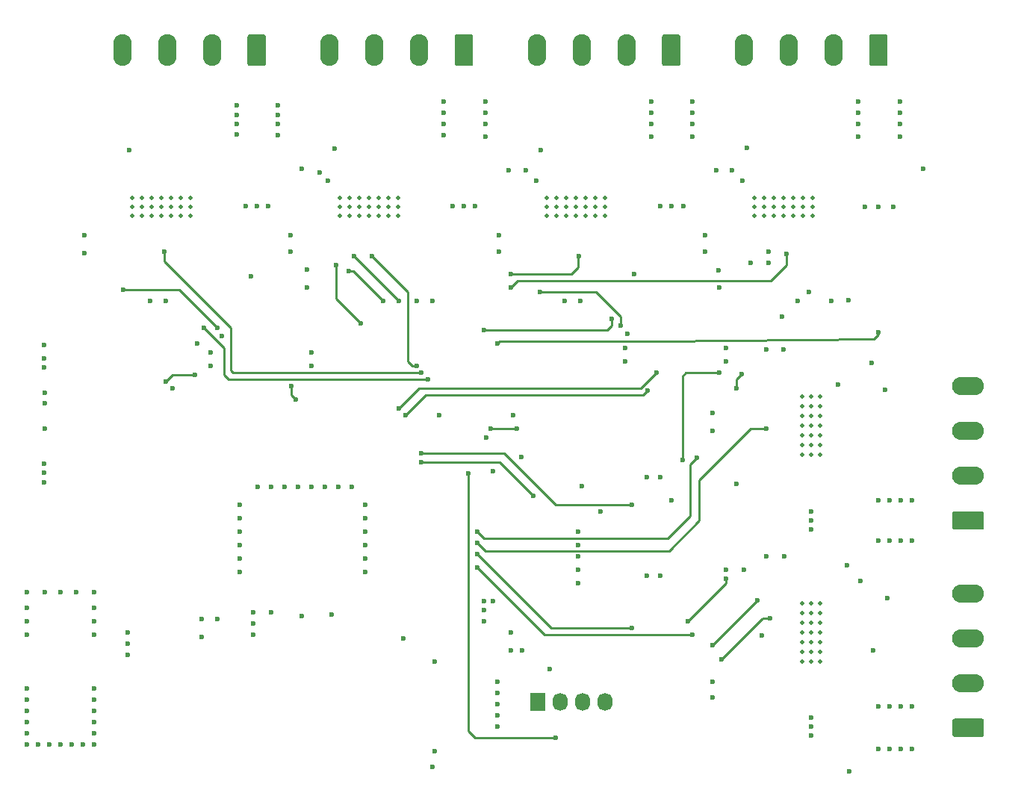
<source format=gbl>
%TF.GenerationSoftware,KiCad,Pcbnew,(5.1.9)-1*%
%TF.CreationDate,2021-04-25T15:51:04-04:00*%
%TF.ProjectId,motor_driver_prj,6d6f746f-725f-4647-9269-7665725f7072,rev?*%
%TF.SameCoordinates,Original*%
%TF.FileFunction,Copper,L4,Bot*%
%TF.FilePolarity,Positive*%
%FSLAX46Y46*%
G04 Gerber Fmt 4.6, Leading zero omitted, Abs format (unit mm)*
G04 Created by KiCad (PCBNEW (5.1.9)-1) date 2021-04-25 15:51:04*
%MOMM*%
%LPD*%
G01*
G04 APERTURE LIST*
%TA.AperFunction,ComponentPad*%
%ADD10C,0.500000*%
%TD*%
%TA.AperFunction,ComponentPad*%
%ADD11R,1.730000X2.030000*%
%TD*%
%TA.AperFunction,ComponentPad*%
%ADD12O,1.730000X2.030000*%
%TD*%
%TA.AperFunction,ComponentPad*%
%ADD13O,2.080000X3.600000*%
%TD*%
%TA.AperFunction,ComponentPad*%
%ADD14O,3.600000X2.080000*%
%TD*%
%TA.AperFunction,ViaPad*%
%ADD15C,0.600000*%
%TD*%
%TA.AperFunction,Conductor*%
%ADD16C,0.254000*%
%TD*%
%TA.AperFunction,Conductor*%
%ADD17C,0.250000*%
%TD*%
G04 APERTURE END LIST*
D10*
%TO.P,U10,25*%
%TO.N,GND*%
X142365000Y-76470000D03*
X141265000Y-76470000D03*
X140165000Y-76470000D03*
X139065000Y-76470000D03*
X137965000Y-76470000D03*
X136865000Y-76470000D03*
X135765000Y-76470000D03*
X142365000Y-77470000D03*
X141265000Y-77470000D03*
X135765000Y-77470000D03*
X136865000Y-77470000D03*
X137965000Y-77470000D03*
X140165000Y-77470000D03*
X139065000Y-77470000D03*
X139065000Y-78470000D03*
X140165000Y-78470000D03*
X135765000Y-78470000D03*
X142365000Y-78470000D03*
X136865000Y-78470000D03*
X137965000Y-78470000D03*
X141265000Y-78470000D03*
%TD*%
%TO.P,U9,25*%
%TO.N,GND*%
X165860000Y-76470000D03*
X164760000Y-76470000D03*
X163660000Y-76470000D03*
X162560000Y-76470000D03*
X161460000Y-76470000D03*
X160360000Y-76470000D03*
X159260000Y-76470000D03*
X165860000Y-77470000D03*
X164760000Y-77470000D03*
X159260000Y-77470000D03*
X160360000Y-77470000D03*
X161460000Y-77470000D03*
X163660000Y-77470000D03*
X162560000Y-77470000D03*
X162560000Y-78470000D03*
X163660000Y-78470000D03*
X159260000Y-78470000D03*
X165860000Y-78470000D03*
X160360000Y-78470000D03*
X161460000Y-78470000D03*
X164760000Y-78470000D03*
%TD*%
%TO.P,U8,25*%
%TO.N,GND*%
X189355000Y-76470000D03*
X188255000Y-76470000D03*
X187155000Y-76470000D03*
X186055000Y-76470000D03*
X184955000Y-76470000D03*
X183855000Y-76470000D03*
X182755000Y-76470000D03*
X189355000Y-77470000D03*
X188255000Y-77470000D03*
X182755000Y-77470000D03*
X183855000Y-77470000D03*
X184955000Y-77470000D03*
X187155000Y-77470000D03*
X186055000Y-77470000D03*
X186055000Y-78470000D03*
X187155000Y-78470000D03*
X182755000Y-78470000D03*
X189355000Y-78470000D03*
X183855000Y-78470000D03*
X184955000Y-78470000D03*
X188255000Y-78470000D03*
%TD*%
D11*
%TO.P,J2,1*%
%TO.N,Net-(J2-Pad1)*%
X158242000Y-133604000D03*
D12*
%TO.P,J2,2*%
%TO.N,N/C*%
X160782000Y-133604000D03*
%TO.P,J2,3*%
%TO.N,+12V*%
X163322000Y-133604000D03*
%TO.P,J2,4*%
%TO.N,GND*%
X165862000Y-133604000D03*
%TD*%
D13*
%TO.P,J3,4*%
%TO.N,/AllDrivers/MOTOR1_B1*%
X111125000Y-59690000D03*
%TO.P,J3,3*%
%TO.N,/AllDrivers/MOTOR1_B2*%
X116205000Y-59690000D03*
%TO.P,J3,2*%
%TO.N,/AllDrivers/MOTOR1_A2*%
X121285000Y-59690000D03*
%TO.P,J3,1*%
%TO.N,/AllDrivers/MOTOR1_A1*%
%TA.AperFunction,ComponentPad*%
G36*
G01*
X127405000Y-58139999D02*
X127405000Y-61240001D01*
G75*
G02*
X127155001Y-61490000I-249999J0D01*
G01*
X125574999Y-61490000D01*
G75*
G02*
X125325000Y-61240001I0J249999D01*
G01*
X125325000Y-58139999D01*
G75*
G02*
X125574999Y-57890000I249999J0D01*
G01*
X127155001Y-57890000D01*
G75*
G02*
X127405000Y-58139999I0J-249999D01*
G01*
G37*
%TD.AperFunction*%
%TD*%
%TO.P,J4,4*%
%TO.N,/AllDrivers/MOTOR2_B1*%
X134620000Y-59690000D03*
%TO.P,J4,3*%
%TO.N,/AllDrivers/MOTOR2_B2*%
X139700000Y-59690000D03*
%TO.P,J4,2*%
%TO.N,/AllDrivers/MOTOR2_A2*%
X144780000Y-59690000D03*
%TO.P,J4,1*%
%TO.N,/AllDrivers/MOTOR2_A1*%
%TA.AperFunction,ComponentPad*%
G36*
G01*
X150900000Y-58139999D02*
X150900000Y-61240001D01*
G75*
G02*
X150650001Y-61490000I-249999J0D01*
G01*
X149069999Y-61490000D01*
G75*
G02*
X148820000Y-61240001I0J249999D01*
G01*
X148820000Y-58139999D01*
G75*
G02*
X149069999Y-57890000I249999J0D01*
G01*
X150650001Y-57890000D01*
G75*
G02*
X150900000Y-58139999I0J-249999D01*
G01*
G37*
%TD.AperFunction*%
%TD*%
%TO.P,J5,4*%
%TO.N,/AllDrivers/MOTOR3_B1*%
X158115000Y-59690000D03*
%TO.P,J5,3*%
%TO.N,/AllDrivers/MOTOR3_B2*%
X163195000Y-59690000D03*
%TO.P,J5,2*%
%TO.N,/AllDrivers/MOTOR3_A2*%
X168275000Y-59690000D03*
%TO.P,J5,1*%
%TO.N,/AllDrivers/MOTOR3_A1*%
%TA.AperFunction,ComponentPad*%
G36*
G01*
X174395000Y-58139999D02*
X174395000Y-61240001D01*
G75*
G02*
X174145001Y-61490000I-249999J0D01*
G01*
X172564999Y-61490000D01*
G75*
G02*
X172315000Y-61240001I0J249999D01*
G01*
X172315000Y-58139999D01*
G75*
G02*
X172564999Y-57890000I249999J0D01*
G01*
X174145001Y-57890000D01*
G75*
G02*
X174395000Y-58139999I0J-249999D01*
G01*
G37*
%TD.AperFunction*%
%TD*%
%TO.P,J6,4*%
%TO.N,/AllDrivers/MOTOR4_B1*%
X181610000Y-59690000D03*
%TO.P,J6,3*%
%TO.N,/AllDrivers/MOTOR4_B2*%
X186690000Y-59690000D03*
%TO.P,J6,2*%
%TO.N,/AllDrivers/MOTOR4_A2*%
X191770000Y-59690000D03*
%TO.P,J6,1*%
%TO.N,/AllDrivers/MOTOR4_A1*%
%TA.AperFunction,ComponentPad*%
G36*
G01*
X197890000Y-58139999D02*
X197890000Y-61240001D01*
G75*
G02*
X197640001Y-61490000I-249999J0D01*
G01*
X196059999Y-61490000D01*
G75*
G02*
X195810000Y-61240001I0J249999D01*
G01*
X195810000Y-58139999D01*
G75*
G02*
X196059999Y-57890000I249999J0D01*
G01*
X197640001Y-57890000D01*
G75*
G02*
X197890000Y-58139999I0J-249999D01*
G01*
G37*
%TD.AperFunction*%
%TD*%
D14*
%TO.P,J7,4*%
%TO.N,/AllDrivers/MOTOR5_B1*%
X207010000Y-97790000D03*
%TO.P,J7,3*%
%TO.N,/AllDrivers/MOTOR5_B2*%
X207010000Y-102870000D03*
%TO.P,J7,2*%
%TO.N,/AllDrivers/MOTOR5_A2*%
X207010000Y-107950000D03*
%TO.P,J7,1*%
%TO.N,/AllDrivers/MOTOR5_A1*%
%TA.AperFunction,ComponentPad*%
G36*
G01*
X208560001Y-114070000D02*
X205459999Y-114070000D01*
G75*
G02*
X205210000Y-113820001I0J249999D01*
G01*
X205210000Y-112239999D01*
G75*
G02*
X205459999Y-111990000I249999J0D01*
G01*
X208560001Y-111990000D01*
G75*
G02*
X208810000Y-112239999I0J-249999D01*
G01*
X208810000Y-113820001D01*
G75*
G02*
X208560001Y-114070000I-249999J0D01*
G01*
G37*
%TD.AperFunction*%
%TD*%
%TO.P,J8,4*%
%TO.N,/AllDrivers/MOTOR6_B1*%
X207010000Y-121285000D03*
%TO.P,J8,3*%
%TO.N,/AllDrivers/MOTOR6_B2*%
X207010000Y-126365000D03*
%TO.P,J8,2*%
%TO.N,/AllDrivers/MOTOR6_A2*%
X207010000Y-131445000D03*
%TO.P,J8,1*%
%TO.N,/AllDrivers/MOTOR6_A1*%
%TA.AperFunction,ComponentPad*%
G36*
G01*
X208560001Y-137565000D02*
X205459999Y-137565000D01*
G75*
G02*
X205210000Y-137315001I0J249999D01*
G01*
X205210000Y-135734999D01*
G75*
G02*
X205459999Y-135485000I249999J0D01*
G01*
X208560001Y-135485000D01*
G75*
G02*
X208810000Y-135734999I0J-249999D01*
G01*
X208810000Y-137315001D01*
G75*
G02*
X208560001Y-137565000I-249999J0D01*
G01*
G37*
%TD.AperFunction*%
%TD*%
D10*
%TO.P,U11,25*%
%TO.N,GND*%
X118870000Y-76470000D03*
X117770000Y-76470000D03*
X116670000Y-76470000D03*
X115570000Y-76470000D03*
X114470000Y-76470000D03*
X113370000Y-76470000D03*
X112270000Y-76470000D03*
X118870000Y-77470000D03*
X117770000Y-77470000D03*
X112270000Y-77470000D03*
X113370000Y-77470000D03*
X114470000Y-77470000D03*
X116670000Y-77470000D03*
X115570000Y-77470000D03*
X115570000Y-78470000D03*
X116670000Y-78470000D03*
X112270000Y-78470000D03*
X118870000Y-78470000D03*
X113370000Y-78470000D03*
X114470000Y-78470000D03*
X117770000Y-78470000D03*
%TD*%
%TO.P,U12,25*%
%TO.N,GND*%
X190230000Y-105535000D03*
X190230000Y-104435000D03*
X190230000Y-103335000D03*
X190230000Y-102235000D03*
X190230000Y-101135000D03*
X190230000Y-100035000D03*
X190230000Y-98935000D03*
X189230000Y-105535000D03*
X189230000Y-104435000D03*
X189230000Y-98935000D03*
X189230000Y-100035000D03*
X189230000Y-101135000D03*
X189230000Y-103335000D03*
X189230000Y-102235000D03*
X188230000Y-102235000D03*
X188230000Y-103335000D03*
X188230000Y-98935000D03*
X188230000Y-105535000D03*
X188230000Y-100035000D03*
X188230000Y-101135000D03*
X188230000Y-104435000D03*
%TD*%
%TO.P,U13,25*%
%TO.N,GND*%
X190230000Y-129030000D03*
X190230000Y-127930000D03*
X190230000Y-126830000D03*
X190230000Y-125730000D03*
X190230000Y-124630000D03*
X190230000Y-123530000D03*
X190230000Y-122430000D03*
X189230000Y-129030000D03*
X189230000Y-127930000D03*
X189230000Y-122430000D03*
X189230000Y-123530000D03*
X189230000Y-124630000D03*
X189230000Y-126830000D03*
X189230000Y-125730000D03*
X188230000Y-125730000D03*
X188230000Y-126830000D03*
X188230000Y-122430000D03*
X188230000Y-129030000D03*
X188230000Y-123530000D03*
X188230000Y-124630000D03*
X188230000Y-127930000D03*
%TD*%
D15*
%TO.N,GND*%
X156464000Y-127762000D03*
X155194000Y-127762000D03*
X155194000Y-125730000D03*
X152146000Y-124460000D03*
X152146000Y-123190000D03*
X152146000Y-122174000D03*
X153162000Y-122174000D03*
X146558000Y-129032000D03*
X146558000Y-139192000D03*
X146304000Y-140970000D03*
X153670000Y-136398000D03*
X153670000Y-135128000D03*
X153670000Y-133858000D03*
X153670000Y-132588000D03*
X153670000Y-131318000D03*
%TO.N,Net-(R40-Pad2)*%
X184531000Y-124079000D03*
%TO.N,GND*%
X178054000Y-131318000D03*
X178054000Y-133096000D03*
X189230000Y-136398000D03*
X189230000Y-135382000D03*
X189230000Y-137414000D03*
X193548000Y-141478000D03*
X193294000Y-118110000D03*
X194818000Y-119888000D03*
X186182000Y-117094000D03*
X184150000Y-117094000D03*
X189230000Y-114046000D03*
X189230000Y-113030000D03*
X189230000Y-112014000D03*
X126492000Y-109220000D03*
X128016000Y-109220000D03*
X129540000Y-109220000D03*
X131064000Y-109220000D03*
X132588000Y-109220000D03*
X134112000Y-109220000D03*
X135636000Y-109220000D03*
X137160000Y-109220000D03*
X138684000Y-111252000D03*
X138684000Y-112776000D03*
X138684000Y-114300000D03*
X138684000Y-115824000D03*
X138684000Y-117348000D03*
X138684000Y-118872000D03*
X124460000Y-111252000D03*
X124460000Y-112776000D03*
X124460000Y-114300000D03*
X124460000Y-115824000D03*
X124460000Y-117348000D03*
X124460000Y-118872000D03*
X125726000Y-85340000D03*
X178054000Y-100838000D03*
X178054000Y-102870000D03*
X144526000Y-88138000D03*
X146304000Y-88138000D03*
X161290000Y-88138000D03*
X163068000Y-88138000D03*
X114300000Y-88138000D03*
X116078000Y-88138000D03*
X100330000Y-124460000D03*
X100330000Y-122936000D03*
X100330000Y-125984000D03*
X107950000Y-124460000D03*
X107950000Y-122936000D03*
X107950000Y-125984000D03*
X111760000Y-127000000D03*
X111760000Y-125730000D03*
X111760000Y-128270000D03*
X104140000Y-121158000D03*
X100330000Y-121158000D03*
X102362000Y-121158000D03*
X105918000Y-121158000D03*
X107950000Y-121158000D03*
X121920000Y-124206000D03*
X120142000Y-124206000D03*
X120142000Y-126238000D03*
X134845000Y-123727000D03*
X131445000Y-123825000D03*
X155448000Y-101092000D03*
X153162000Y-107442000D03*
X147066000Y-101092000D03*
X191516000Y-88138000D03*
X193421000Y-88011000D03*
X168402000Y-91829000D03*
X178816000Y-86614000D03*
X126365000Y-77343000D03*
X125095000Y-77343000D03*
X127635000Y-77343000D03*
X149860000Y-77343000D03*
X148590000Y-77343000D03*
X151130000Y-77343000D03*
X173355000Y-77343000D03*
X172085000Y-77343000D03*
X174752000Y-77343000D03*
X196850000Y-77470000D03*
X195326000Y-77470000D03*
X198501000Y-77470000D03*
X131445000Y-73152000D03*
X154940000Y-73279000D03*
X156871500Y-73305500D03*
X158036000Y-74470000D03*
X133503500Y-73559500D03*
X134414000Y-74470000D03*
X178435000Y-73279000D03*
X181404000Y-74470000D03*
X180239500Y-73305500D03*
X102235000Y-93091000D03*
X102235000Y-94615000D03*
X102235000Y-95631000D03*
X102362000Y-98552000D03*
X102362000Y-102616000D03*
X102235000Y-107569000D03*
X102235000Y-108712000D03*
X102362000Y-99695000D03*
X102235000Y-106553000D03*
X201930000Y-73152000D03*
X106807000Y-80645000D03*
X106807000Y-82677000D03*
X130175000Y-80645000D03*
X130175000Y-82550000D03*
X153797000Y-80645000D03*
X153797000Y-82550000D03*
X177165000Y-80645000D03*
X177165000Y-82550000D03*
X184150000Y-93599000D03*
X186055000Y-93599000D03*
X196088000Y-95123000D03*
X192230000Y-97584000D03*
X173355000Y-110744000D03*
X122428000Y-92075000D03*
%TO.N,+BATT*%
X200660000Y-138938000D03*
X200660000Y-134112000D03*
X200660000Y-110744000D03*
X200660000Y-115316000D03*
X101600000Y-138430000D03*
X100330000Y-138430000D03*
X100330000Y-137160000D03*
X100330000Y-135890000D03*
X100330000Y-134620000D03*
X100330000Y-133350000D03*
X100330000Y-132080000D03*
X102870000Y-138430000D03*
X104140000Y-138430000D03*
X105410000Y-138430000D03*
X106680000Y-138430000D03*
X107950000Y-138430000D03*
X107950000Y-137160000D03*
X107950000Y-135890000D03*
X107950000Y-134620000D03*
X107950000Y-133350000D03*
X107950000Y-132080000D03*
X196850000Y-138938000D03*
X198120000Y-138938000D03*
X199390000Y-138938000D03*
X199390000Y-134112000D03*
X198120000Y-134112000D03*
X196850000Y-134112000D03*
X196850000Y-115316000D03*
X198120000Y-115316000D03*
X199390000Y-115316000D03*
X199390000Y-110744000D03*
X198120000Y-110744000D03*
X196850000Y-110744000D03*
X128016000Y-123444000D03*
X125984000Y-125984000D03*
X125984000Y-124714000D03*
X125984000Y-123444000D03*
X111887000Y-70993000D03*
X135228500Y-70892500D03*
X158596500Y-71019500D03*
X181964500Y-70765500D03*
X124079000Y-68072000D03*
X124079000Y-69215000D03*
X124079000Y-67056000D03*
X124079000Y-65913000D03*
X128778000Y-68072000D03*
X128778000Y-67056000D03*
X128778000Y-65913000D03*
X128778000Y-69342000D03*
X147574000Y-68072000D03*
X147574000Y-66802000D03*
X147574000Y-65532000D03*
X147574000Y-69342000D03*
X152273000Y-69469000D03*
X152273000Y-68072000D03*
X152273000Y-66802000D03*
X152273000Y-65532000D03*
X171069000Y-68072000D03*
X171069000Y-66802000D03*
X171069000Y-65532000D03*
X171069000Y-69469000D03*
X175768000Y-69469000D03*
X175768000Y-68072000D03*
X175768000Y-66802000D03*
X175768000Y-65532000D03*
X194564000Y-68072000D03*
X194564000Y-66802000D03*
X194564000Y-65532000D03*
X194564000Y-69469000D03*
X199263000Y-69469000D03*
X199263000Y-68072000D03*
X199263000Y-66802000D03*
X199263000Y-65532000D03*
X197612000Y-98171000D03*
X197866000Y-121793000D03*
X196215000Y-127762000D03*
%TO.N,Net-(C9-Pad1)*%
X185928000Y-89916000D03*
X182372000Y-83820000D03*
%TO.N,Net-(C25-Pad1)*%
X138176000Y-90678000D03*
X135382000Y-84074000D03*
%TO.N,Net-(C41-Pad1)*%
X180721000Y-98044000D03*
X181356000Y-96393000D03*
%TO.N,+12V*%
X159612500Y-129894500D03*
X143002000Y-126365000D03*
%TO.N,VCC*%
X162814000Y-117094000D03*
X162814000Y-115824000D03*
X121158000Y-95504000D03*
X121158000Y-93980000D03*
X132588000Y-93980000D03*
X132588000Y-95504000D03*
X168148000Y-93472000D03*
X168148000Y-94996000D03*
X179578000Y-93472000D03*
X179578000Y-94996000D03*
X172085000Y-108077000D03*
X170561000Y-108077000D03*
X170561000Y-119253000D03*
X172085000Y-119253000D03*
X162814000Y-118618000D03*
X162814000Y-120142000D03*
X162814000Y-114300000D03*
X156362000Y-105816000D03*
X152400000Y-103632000D03*
X132080000Y-84582000D03*
X132080000Y-86614000D03*
X169164000Y-85090000D03*
X178708000Y-84690000D03*
X179578000Y-118618000D03*
X181610000Y-118618000D03*
X180721000Y-108839000D03*
%TO.N,Net-(C49-Pad1)*%
X178054000Y-127127000D03*
X183134000Y-122047000D03*
%TO.N,/I2C_SDA*%
X165354000Y-112014000D03*
X163195000Y-109093000D03*
%TO.N,/I2C_SCL*%
X130810000Y-99314000D03*
X130302000Y-97790000D03*
X155829000Y-102616000D03*
X152908000Y-102616000D03*
%TO.N,/AllDrivers/~INT1*%
X116078000Y-97282000D03*
X119380000Y-96520000D03*
%TO.N,/AllDrivers/~RESET1*%
X116840000Y-98044000D03*
X119634000Y-92964000D03*
%TO.N,/AllDrivers/~INT2*%
X142494000Y-100330000D03*
X171704000Y-96266000D03*
%TO.N,/AllDrivers/~RESET2*%
X143256000Y-101092000D03*
X170688000Y-98298000D03*
%TO.N,/AllDrivers/~INT3*%
X145034000Y-105410000D03*
X168910000Y-111252000D03*
%TO.N,/AllDrivers/~RESET3*%
X145034000Y-106426000D03*
X157734000Y-110236000D03*
%TO.N,/FAN_PWM*%
X150368000Y-107696000D03*
X160274000Y-137668000D03*
%TO.N,/AllDrivers/RRef4*%
X196850000Y-91694000D03*
X153670000Y-92964000D03*
%TO.N,Net-(R20-Pad2)*%
X188976000Y-87122000D03*
X184407000Y-82550000D03*
%TO.N,/AllDrivers/Motor4/~FAULT*%
X187706000Y-88138000D03*
X184404000Y-83820000D03*
%TO.N,/AllDrivers/RRef3*%
X152146000Y-91440000D03*
X166624000Y-90170000D03*
%TO.N,/AllDrivers/Motor3/~FAULT*%
X167640000Y-90932000D03*
X158496000Y-87122000D03*
%TO.N,Net-(R28-Pad2)*%
X137414000Y-83058000D03*
X142494000Y-88138000D03*
%TO.N,/AllDrivers/Motor2/~FAULT*%
X140716000Y-88138000D03*
X136779000Y-84709000D03*
%TO.N,/AllDrivers/RRef1*%
X145796000Y-97028000D03*
X120396000Y-91186000D03*
%TO.N,/AllDrivers/Motor1/~FAULT*%
X121924000Y-91190000D03*
X111252000Y-86868000D03*
%TO.N,/AllDrivers/RRef5*%
X151384000Y-114300000D03*
X176276000Y-105918000D03*
%TO.N,/AllDrivers/Motor5/~FAULT*%
X174625000Y-106172000D03*
X178816000Y-96266000D03*
%TO.N,/AllDrivers/RRef6*%
X168910000Y-125222000D03*
X151384000Y-116840000D03*
%TO.N,Net-(R40-Pad2)*%
X179070000Y-128778000D03*
%TO.N,/AllDrivers/Motor6/~FAULT*%
X175260000Y-124460000D03*
X179578000Y-119634000D03*
%TO.N,/AllDrivers/STEP6*%
X175768000Y-125984000D03*
X183642000Y-126032000D03*
X151384000Y-118364000D03*
%TO.N,/AllDrivers/STEP5*%
X151384000Y-115570000D03*
X184150000Y-102583000D03*
%TO.N,/AllDrivers/STEP4*%
X155194000Y-86614000D03*
X186403000Y-82804000D03*
%TO.N,/AllDrivers/STEP3*%
X155194000Y-85090000D03*
X162862000Y-83058000D03*
%TO.N,/AllDrivers/STEP2*%
X139446000Y-83058000D03*
X144526000Y-95504000D03*
%TO.N,/AllDrivers/STEP1*%
X115895000Y-82550000D03*
X145034000Y-96266000D03*
%TD*%
D16*
%TO.N,Net-(C25-Pad1)*%
X138176000Y-90678000D02*
X135382000Y-87884000D01*
X135382000Y-87884000D02*
X135382000Y-84074000D01*
%TO.N,Net-(C41-Pad1)*%
X180721000Y-98044000D02*
X180721000Y-97028000D01*
X180721000Y-97028000D02*
X181356000Y-96393000D01*
%TO.N,Net-(C49-Pad1)*%
X178054000Y-127127000D02*
X183134000Y-122047000D01*
%TO.N,/I2C_SCL*%
X130810000Y-99314000D02*
X130556000Y-99060000D01*
X130556000Y-99060000D02*
X130302000Y-98806000D01*
X130302000Y-98806000D02*
X130302000Y-97790000D01*
X155829000Y-102616000D02*
X152908000Y-102616000D01*
%TO.N,/AllDrivers/~INT1*%
X116078000Y-97282000D02*
X116840000Y-96520000D01*
X116840000Y-96520000D02*
X119380000Y-96520000D01*
%TO.N,/AllDrivers/~INT2*%
X142494000Y-100330000D02*
X144780000Y-98044000D01*
X144780000Y-98044000D02*
X169926000Y-98044000D01*
X169926000Y-98044000D02*
X171704000Y-96266000D01*
%TO.N,/AllDrivers/~RESET2*%
X143256000Y-101092000D02*
X145542000Y-98806000D01*
X170180000Y-98806000D02*
X170688000Y-98298000D01*
X145542000Y-98806000D02*
X170180000Y-98806000D01*
%TO.N,/AllDrivers/~INT3*%
X145034000Y-105410000D02*
X154432000Y-105410000D01*
X154432000Y-105410000D02*
X160274000Y-111252000D01*
X160274000Y-111252000D02*
X168910000Y-111252000D01*
%TO.N,/AllDrivers/~RESET3*%
X145034000Y-106426000D02*
X153924000Y-106426000D01*
X153924000Y-106426000D02*
X157734000Y-110236000D01*
%TO.N,/FAN_PWM*%
X150368000Y-107696000D02*
X150368000Y-136906000D01*
X150368000Y-136906000D02*
X151130000Y-137668000D01*
X151130000Y-137668000D02*
X160274000Y-137668000D01*
%TO.N,/AllDrivers/RRef4*%
X171958000Y-92710000D02*
X153924000Y-92710000D01*
X196342000Y-92456000D02*
X171958000Y-92710000D01*
X153924000Y-92710000D02*
X153670000Y-92964000D01*
X196850000Y-91948000D02*
X196342000Y-92456000D01*
X196850000Y-91694000D02*
X196850000Y-91948000D01*
%TO.N,/AllDrivers/RRef3*%
X152146000Y-91440000D02*
X166116000Y-91440000D01*
X166116000Y-91440000D02*
X166624000Y-90932000D01*
X166624000Y-90932000D02*
X166624000Y-90424000D01*
X166624000Y-90424000D02*
X166624000Y-90170000D01*
%TO.N,/AllDrivers/Motor3/~FAULT*%
X167640000Y-90932000D02*
X167640000Y-89916000D01*
X167640000Y-89916000D02*
X164846000Y-87122000D01*
X164846000Y-87122000D02*
X158496000Y-87122000D01*
D17*
%TO.N,Net-(R28-Pad2)*%
X137414000Y-83058000D02*
X142494000Y-88138000D01*
X142494000Y-88138000D02*
X142494000Y-88138000D01*
%TO.N,/AllDrivers/Motor2/~FAULT*%
X137287000Y-84709000D02*
X140716000Y-88138000D01*
X136779000Y-84709000D02*
X137287000Y-84709000D01*
D16*
%TO.N,/AllDrivers/RRef1*%
X120650000Y-91440000D02*
X120396000Y-91186000D01*
X122682000Y-93472000D02*
X120650000Y-91440000D01*
X122682000Y-96520000D02*
X122682000Y-93472000D01*
X123190000Y-97028000D02*
X122682000Y-96520000D01*
X145796000Y-97028000D02*
X123190000Y-97028000D01*
%TO.N,/AllDrivers/Motor1/~FAULT*%
X121924000Y-91190000D02*
X117602000Y-86868000D01*
X117602000Y-86868000D02*
X111252000Y-86868000D01*
%TO.N,/AllDrivers/RRef5*%
X151384000Y-114300000D02*
X152146000Y-115062000D01*
X152146000Y-115062000D02*
X172974000Y-115062000D01*
X172974000Y-115062000D02*
X175514000Y-112522000D01*
X175514000Y-112522000D02*
X175514000Y-106680000D01*
X175514000Y-106680000D02*
X176276000Y-105918000D01*
%TO.N,/AllDrivers/Motor5/~FAULT*%
X174625000Y-106172000D02*
X174625000Y-96647000D01*
X174625000Y-96647000D02*
X175006000Y-96266000D01*
X175006000Y-96266000D02*
X178816000Y-96266000D01*
%TO.N,/AllDrivers/RRef6*%
X159766000Y-125222000D02*
X168910000Y-125222000D01*
X151384000Y-116840000D02*
X159766000Y-125222000D01*
%TO.N,Net-(R40-Pad2)*%
X179070000Y-128778000D02*
X183642000Y-124206000D01*
X183642000Y-124206000D02*
X183769000Y-124079000D01*
X184531000Y-124079000D02*
X183769000Y-124079000D01*
%TO.N,/AllDrivers/Motor6/~FAULT*%
X179578000Y-120142000D02*
X179578000Y-119634000D01*
X175260000Y-124460000D02*
X179578000Y-120142000D01*
%TO.N,/AllDrivers/STEP6*%
X160528000Y-125984000D02*
X175768000Y-125984000D01*
X159004000Y-125984000D02*
X160528000Y-125984000D01*
X151384000Y-118364000D02*
X159004000Y-125984000D01*
%TO.N,/AllDrivers/STEP5*%
X152280999Y-116466999D02*
X173093001Y-116466999D01*
X151384000Y-115570000D02*
X152280999Y-116466999D01*
X173093001Y-116466999D02*
X176530000Y-113030000D01*
X176530000Y-113030000D02*
X176530000Y-108458000D01*
X176530000Y-108458000D02*
X182372000Y-102616000D01*
X184117000Y-102616000D02*
X184150000Y-102583000D01*
X182372000Y-102616000D02*
X184117000Y-102616000D01*
%TO.N,/AllDrivers/STEP4*%
X186436000Y-84074000D02*
X186436000Y-82837000D01*
X184658000Y-85852000D02*
X186436000Y-84074000D01*
X155956000Y-85852000D02*
X184658000Y-85852000D01*
X186436000Y-82837000D02*
X186403000Y-82804000D01*
X155194000Y-86614000D02*
X155956000Y-85852000D01*
%TO.N,/AllDrivers/STEP3*%
X155194000Y-85090000D02*
X162052000Y-85090000D01*
X162052000Y-85090000D02*
X162814000Y-84328000D01*
X162814000Y-83106000D02*
X162862000Y-83058000D01*
X162814000Y-84328000D02*
X162814000Y-83106000D01*
%TO.N,/AllDrivers/STEP2*%
X144526000Y-95504000D02*
X144018000Y-95504000D01*
X144018000Y-95504000D02*
X143510000Y-94996000D01*
X143510000Y-87122000D02*
X139446000Y-83058000D01*
X143510000Y-94996000D02*
X143510000Y-87122000D01*
%TO.N,/AllDrivers/STEP1*%
X145034000Y-96266000D02*
X123698000Y-96266000D01*
X123698000Y-96266000D02*
X123444000Y-96012000D01*
X123444000Y-96012000D02*
X123444000Y-91186000D01*
X115895000Y-83637000D02*
X115895000Y-82550000D01*
X123444000Y-91186000D02*
X115895000Y-83637000D01*
%TD*%
M02*

</source>
